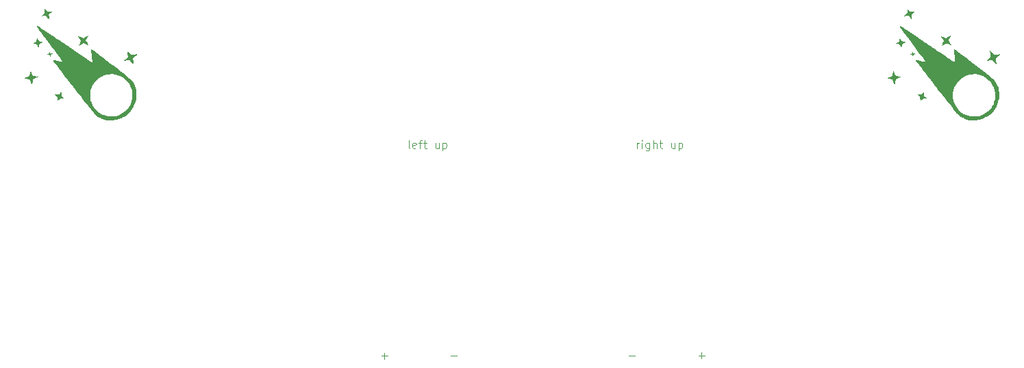
<source format=gbr>
%TF.GenerationSoftware,KiCad,Pcbnew,9.0.2*%
%TF.CreationDate,2025-06-05T01:56:25+03:00*%
%TF.ProjectId,KOMETA,4b4f4d45-5441-42e6-9b69-6361645f7063,rev?*%
%TF.SameCoordinates,Original*%
%TF.FileFunction,Legend,Top*%
%TF.FilePolarity,Positive*%
%FSLAX46Y46*%
G04 Gerber Fmt 4.6, Leading zero omitted, Abs format (unit mm)*
G04 Created by KiCad (PCBNEW 9.0.2) date 2025-06-05 01:56:25*
%MOMM*%
%LPD*%
G01*
G04 APERTURE LIST*
%ADD10C,0.125000*%
%ADD11C,0.100000*%
%ADD12C,0.000000*%
G04 APERTURE END LIST*
D10*
X218934285Y-148056119D02*
X218934285Y-147389452D01*
X218934285Y-147579928D02*
X218981904Y-147484690D01*
X218981904Y-147484690D02*
X219029523Y-147437071D01*
X219029523Y-147437071D02*
X219124761Y-147389452D01*
X219124761Y-147389452D02*
X219219999Y-147389452D01*
X219553333Y-148056119D02*
X219553333Y-147389452D01*
X219553333Y-147056119D02*
X219505714Y-147103738D01*
X219505714Y-147103738D02*
X219553333Y-147151357D01*
X219553333Y-147151357D02*
X219600952Y-147103738D01*
X219600952Y-147103738D02*
X219553333Y-147056119D01*
X219553333Y-147056119D02*
X219553333Y-147151357D01*
X220458094Y-147389452D02*
X220458094Y-148198976D01*
X220458094Y-148198976D02*
X220410475Y-148294214D01*
X220410475Y-148294214D02*
X220362856Y-148341833D01*
X220362856Y-148341833D02*
X220267618Y-148389452D01*
X220267618Y-148389452D02*
X220124761Y-148389452D01*
X220124761Y-148389452D02*
X220029523Y-148341833D01*
X220458094Y-148008500D02*
X220362856Y-148056119D01*
X220362856Y-148056119D02*
X220172380Y-148056119D01*
X220172380Y-148056119D02*
X220077142Y-148008500D01*
X220077142Y-148008500D02*
X220029523Y-147960880D01*
X220029523Y-147960880D02*
X219981904Y-147865642D01*
X219981904Y-147865642D02*
X219981904Y-147579928D01*
X219981904Y-147579928D02*
X220029523Y-147484690D01*
X220029523Y-147484690D02*
X220077142Y-147437071D01*
X220077142Y-147437071D02*
X220172380Y-147389452D01*
X220172380Y-147389452D02*
X220362856Y-147389452D01*
X220362856Y-147389452D02*
X220458094Y-147437071D01*
X220934285Y-148056119D02*
X220934285Y-147056119D01*
X221362856Y-148056119D02*
X221362856Y-147532309D01*
X221362856Y-147532309D02*
X221315237Y-147437071D01*
X221315237Y-147437071D02*
X221219999Y-147389452D01*
X221219999Y-147389452D02*
X221077142Y-147389452D01*
X221077142Y-147389452D02*
X220981904Y-147437071D01*
X220981904Y-147437071D02*
X220934285Y-147484690D01*
X221696190Y-147389452D02*
X222077142Y-147389452D01*
X221839047Y-147056119D02*
X221839047Y-147913261D01*
X221839047Y-147913261D02*
X221886666Y-148008500D01*
X221886666Y-148008500D02*
X221981904Y-148056119D01*
X221981904Y-148056119D02*
X222077142Y-148056119D01*
X223600952Y-147389452D02*
X223600952Y-148056119D01*
X223172381Y-147389452D02*
X223172381Y-147913261D01*
X223172381Y-147913261D02*
X223220000Y-148008500D01*
X223220000Y-148008500D02*
X223315238Y-148056119D01*
X223315238Y-148056119D02*
X223458095Y-148056119D01*
X223458095Y-148056119D02*
X223553333Y-148008500D01*
X223553333Y-148008500D02*
X223600952Y-147960880D01*
X224077143Y-147389452D02*
X224077143Y-148389452D01*
X224077143Y-147437071D02*
X224172381Y-147389452D01*
X224172381Y-147389452D02*
X224362857Y-147389452D01*
X224362857Y-147389452D02*
X224458095Y-147437071D01*
X224458095Y-147437071D02*
X224505714Y-147484690D01*
X224505714Y-147484690D02*
X224553333Y-147579928D01*
X224553333Y-147579928D02*
X224553333Y-147865642D01*
X224553333Y-147865642D02*
X224505714Y-147960880D01*
X224505714Y-147960880D02*
X224458095Y-148008500D01*
X224458095Y-148008500D02*
X224362857Y-148056119D01*
X224362857Y-148056119D02*
X224172381Y-148056119D01*
X224172381Y-148056119D02*
X224077143Y-148008500D01*
X190853332Y-148056119D02*
X190758094Y-148008500D01*
X190758094Y-148008500D02*
X190710475Y-147913261D01*
X190710475Y-147913261D02*
X190710475Y-147056119D01*
X191615237Y-148008500D02*
X191519999Y-148056119D01*
X191519999Y-148056119D02*
X191329523Y-148056119D01*
X191329523Y-148056119D02*
X191234285Y-148008500D01*
X191234285Y-148008500D02*
X191186666Y-147913261D01*
X191186666Y-147913261D02*
X191186666Y-147532309D01*
X191186666Y-147532309D02*
X191234285Y-147437071D01*
X191234285Y-147437071D02*
X191329523Y-147389452D01*
X191329523Y-147389452D02*
X191519999Y-147389452D01*
X191519999Y-147389452D02*
X191615237Y-147437071D01*
X191615237Y-147437071D02*
X191662856Y-147532309D01*
X191662856Y-147532309D02*
X191662856Y-147627547D01*
X191662856Y-147627547D02*
X191186666Y-147722785D01*
X191948571Y-147389452D02*
X192329523Y-147389452D01*
X192091428Y-148056119D02*
X192091428Y-147198976D01*
X192091428Y-147198976D02*
X192139047Y-147103738D01*
X192139047Y-147103738D02*
X192234285Y-147056119D01*
X192234285Y-147056119D02*
X192329523Y-147056119D01*
X192520000Y-147389452D02*
X192900952Y-147389452D01*
X192662857Y-147056119D02*
X192662857Y-147913261D01*
X192662857Y-147913261D02*
X192710476Y-148008500D01*
X192710476Y-148008500D02*
X192805714Y-148056119D01*
X192805714Y-148056119D02*
X192900952Y-148056119D01*
X194424762Y-147389452D02*
X194424762Y-148056119D01*
X193996191Y-147389452D02*
X193996191Y-147913261D01*
X193996191Y-147913261D02*
X194043810Y-148008500D01*
X194043810Y-148008500D02*
X194139048Y-148056119D01*
X194139048Y-148056119D02*
X194281905Y-148056119D01*
X194281905Y-148056119D02*
X194377143Y-148008500D01*
X194377143Y-148008500D02*
X194424762Y-147960880D01*
X194900953Y-147389452D02*
X194900953Y-148389452D01*
X194900953Y-147437071D02*
X194996191Y-147389452D01*
X194996191Y-147389452D02*
X195186667Y-147389452D01*
X195186667Y-147389452D02*
X195281905Y-147437071D01*
X195281905Y-147437071D02*
X195329524Y-147484690D01*
X195329524Y-147484690D02*
X195377143Y-147579928D01*
X195377143Y-147579928D02*
X195377143Y-147865642D01*
X195377143Y-147865642D02*
X195329524Y-147960880D01*
X195329524Y-147960880D02*
X195281905Y-148008500D01*
X195281905Y-148008500D02*
X195186667Y-148056119D01*
X195186667Y-148056119D02*
X194996191Y-148056119D01*
X194996191Y-148056119D02*
X194900953Y-148008500D01*
D11*
X227280951Y-173743533D02*
X226519047Y-173743533D01*
X226899999Y-173362580D02*
X226899999Y-174124485D01*
X218680951Y-173743533D02*
X217919047Y-173743533D01*
X195919048Y-173756466D02*
X196680953Y-173756466D01*
X187319048Y-173756466D02*
X188080953Y-173756466D01*
X187700000Y-174137419D02*
X187700000Y-173375514D01*
D12*
%TO.C,G\u002A\u002A\u002A*%
G36*
X146321844Y-136083698D02*
G01*
X146351460Y-136134060D01*
X146365220Y-136165361D01*
X146405829Y-136246237D01*
X146451786Y-136293797D01*
X146513752Y-136315716D01*
X146579882Y-136319951D01*
X146652959Y-136323512D01*
X146685823Y-136334736D01*
X146678543Y-136354429D01*
X146631186Y-136383397D01*
X146587024Y-136404044D01*
X146456224Y-136461797D01*
X146438307Y-136597546D01*
X146427440Y-136666172D01*
X146416261Y-136714953D01*
X146407306Y-136733206D01*
X146393217Y-136715643D01*
X146369322Y-136669882D01*
X146343255Y-136611546D01*
X146292287Y-136489975D01*
X146146916Y-136470479D01*
X146001545Y-136450983D01*
X146129433Y-136391487D01*
X146205854Y-136352000D01*
X146251091Y-136313969D01*
X146273202Y-136265866D01*
X146280246Y-136196165D01*
X146280587Y-136175280D01*
X146285857Y-136104373D01*
X146299793Y-136073824D01*
X146321844Y-136083698D01*
G37*
G36*
X147771313Y-141151471D02*
G01*
X147777933Y-141199067D01*
X147783456Y-141273243D01*
X147786831Y-141359245D01*
X147787101Y-141373083D01*
X147789833Y-141538421D01*
X147935406Y-141703071D01*
X148002274Y-141779994D01*
X148041641Y-141833267D01*
X148050949Y-141867305D01*
X148027640Y-141886527D01*
X147969157Y-141895349D01*
X147872943Y-141898186D01*
X147822165Y-141898644D01*
X147638066Y-141900097D01*
X147477846Y-142044767D01*
X147410791Y-142104509D01*
X147355516Y-142152245D01*
X147318844Y-142182171D01*
X147307695Y-142189438D01*
X147302427Y-142170198D01*
X147295786Y-142118063D01*
X147288690Y-142041407D01*
X147283095Y-141964896D01*
X147268427Y-141740355D01*
X147121705Y-141577386D01*
X146974983Y-141414418D01*
X147205836Y-141396701D01*
X147436690Y-141378984D01*
X147597474Y-141237091D01*
X147758258Y-141095197D01*
X147771313Y-141151471D01*
G37*
G36*
X145715599Y-130795051D02*
G01*
X145758860Y-130833061D01*
X145818728Y-130889574D01*
X145889127Y-130958999D01*
X145898640Y-130968584D01*
X146084214Y-131156030D01*
X146347730Y-131149422D01*
X146446618Y-131147734D01*
X146528583Y-131147841D01*
X146585883Y-131149621D01*
X146610776Y-131152953D01*
X146611236Y-131153579D01*
X146597371Y-131171338D01*
X146559486Y-131212156D01*
X146503142Y-131270215D01*
X146433896Y-131339701D01*
X146423582Y-131349918D01*
X146235936Y-131535492D01*
X146243336Y-131809332D01*
X146245281Y-131910275D01*
X146245410Y-131994445D01*
X146243825Y-132054248D01*
X146240627Y-132082089D01*
X146239671Y-132083173D01*
X146221749Y-132069376D01*
X146180583Y-132031637D01*
X146121965Y-131975430D01*
X146051689Y-131906229D01*
X146038295Y-131892862D01*
X145847984Y-131702551D01*
X145573422Y-131708280D01*
X145298860Y-131714009D01*
X145495199Y-131515834D01*
X145691537Y-131317658D01*
X145684256Y-131049398D01*
X145682849Y-130949573D01*
X145684162Y-130866595D01*
X145687887Y-130808133D01*
X145693715Y-130781859D01*
X145695020Y-130781138D01*
X145715599Y-130795051D01*
G37*
G36*
X144786648Y-134435489D02*
G01*
X144816655Y-134481400D01*
X144857361Y-134549014D01*
X144898067Y-134620073D01*
X145011094Y-134821578D01*
X145216979Y-134864536D01*
X145306929Y-134883670D01*
X145383486Y-134900630D01*
X145436399Y-134913109D01*
X145453172Y-134917695D01*
X145449410Y-134931232D01*
X145413023Y-134960419D01*
X145348260Y-135002229D01*
X145273998Y-135045472D01*
X145195329Y-135088978D01*
X145138348Y-135122261D01*
X145098389Y-135152809D01*
X145070787Y-135188107D01*
X145050878Y-135235642D01*
X145033996Y-135302900D01*
X145015478Y-135397367D01*
X144998189Y-135488095D01*
X144983303Y-135554614D01*
X144969072Y-135601244D01*
X144959318Y-135617265D01*
X144944279Y-135600343D01*
X144914032Y-135554443D01*
X144873177Y-135486867D01*
X144832837Y-135416573D01*
X144720178Y-135215880D01*
X144497452Y-135171457D01*
X144406433Y-135152544D01*
X144331259Y-135135493D01*
X144280689Y-135122383D01*
X144263687Y-135115995D01*
X144276067Y-135102288D01*
X144318068Y-135073531D01*
X144382842Y-135034130D01*
X144451970Y-134994853D01*
X144534501Y-134947298D01*
X144603553Y-134903829D01*
X144650883Y-134869866D01*
X144667574Y-134853164D01*
X144678192Y-134820051D01*
X144693457Y-134756786D01*
X144710932Y-134673941D01*
X144721308Y-134620073D01*
X144738342Y-134535062D01*
X144754173Y-134467776D01*
X144766624Y-134426885D01*
X144771900Y-134418567D01*
X144786648Y-134435489D01*
G37*
G36*
X155930063Y-136023988D02*
G01*
X155971973Y-136062936D01*
X156032779Y-136122007D01*
X156107546Y-136196420D01*
X156176601Y-136266337D01*
X156427990Y-136522731D01*
X156784580Y-136475600D01*
X156901052Y-136460700D01*
X157002602Y-136448650D01*
X157082444Y-136440178D01*
X157133795Y-136436013D01*
X157149935Y-136436364D01*
X157138607Y-136452415D01*
X157101774Y-136492133D01*
X157044024Y-136550846D01*
X156969943Y-136623883D01*
X156893221Y-136697881D01*
X156627743Y-136951503D01*
X156674559Y-137308915D01*
X156689240Y-137425620D01*
X156700904Y-137527499D01*
X156708865Y-137607751D01*
X156712440Y-137659571D01*
X156711551Y-137676151D01*
X156694937Y-137665127D01*
X156654981Y-137628446D01*
X156596437Y-137570770D01*
X156524055Y-137496761D01*
X156457222Y-137426640D01*
X156361458Y-137326557D01*
X156288543Y-137254211D01*
X156234360Y-137206017D01*
X156194789Y-137178388D01*
X156165711Y-137167737D01*
X156159368Y-137167306D01*
X156120412Y-137170082D01*
X156049362Y-137177716D01*
X155955035Y-137189166D01*
X155846250Y-137203393D01*
X155799744Y-137209756D01*
X155691982Y-137223889D01*
X155599304Y-137234524D01*
X155529127Y-137240929D01*
X155488869Y-137242372D01*
X155482355Y-137241091D01*
X155492847Y-137223917D01*
X155528811Y-137183089D01*
X155585713Y-137123379D01*
X155659017Y-137049561D01*
X155733754Y-136976469D01*
X155996268Y-136722961D01*
X155947510Y-136366452D01*
X155932415Y-136250825D01*
X155920735Y-136150848D01*
X155913124Y-136073079D01*
X155910234Y-136024077D01*
X155911983Y-136009942D01*
X155930063Y-136023988D01*
G37*
G36*
X143996221Y-138498171D02*
G01*
X144011566Y-138530362D01*
X144016415Y-138542140D01*
X144038176Y-138594294D01*
X144071744Y-138673003D01*
X144112281Y-138766989D01*
X144149138Y-138851684D01*
X144248511Y-139079023D01*
X144494678Y-139137815D01*
X144632275Y-139170775D01*
X144734526Y-139195691D01*
X144806313Y-139214036D01*
X144852514Y-139227281D01*
X144878009Y-139236899D01*
X144887678Y-139244361D01*
X144886401Y-139251138D01*
X144882978Y-139254932D01*
X144858445Y-139268960D01*
X144802914Y-139295705D01*
X144723503Y-139331890D01*
X144627327Y-139374234D01*
X144576252Y-139396233D01*
X144287655Y-139519638D01*
X144214576Y-139841831D01*
X144189081Y-139950766D01*
X144165772Y-140043957D01*
X144146462Y-140114637D01*
X144132965Y-140156036D01*
X144128212Y-140164038D01*
X144115226Y-140146265D01*
X144089784Y-140097900D01*
X144055597Y-140026395D01*
X144017550Y-139941879D01*
X143975502Y-139845383D01*
X143936552Y-139754991D01*
X143905509Y-139681925D01*
X143889245Y-139642600D01*
X143877220Y-139613385D01*
X143864057Y-139590816D01*
X143844041Y-139572584D01*
X143811456Y-139556377D01*
X143760587Y-139539884D01*
X143685720Y-139520792D01*
X143581141Y-139496792D01*
X143464243Y-139470723D01*
X143366409Y-139447981D01*
X143285066Y-139427263D01*
X143227718Y-139410618D01*
X143201870Y-139400091D01*
X143201138Y-139398945D01*
X143219134Y-139386782D01*
X143268881Y-139361619D01*
X143344022Y-139326460D01*
X143438197Y-139284309D01*
X143507866Y-139254042D01*
X143814593Y-139122309D01*
X143882137Y-138821659D01*
X143912539Y-138687988D01*
X143936048Y-138591087D01*
X143954417Y-138527305D01*
X143969400Y-138492992D01*
X143982750Y-138484497D01*
X143996221Y-138498171D01*
G37*
G36*
X151072461Y-134113745D02*
G01*
X151067516Y-134133278D01*
X151052467Y-134170979D01*
X151025622Y-134231632D01*
X150985285Y-134320021D01*
X150929761Y-134440930D01*
X150924826Y-134451684D01*
X150791110Y-134743141D01*
X150984702Y-135040700D01*
X151048158Y-135138997D01*
X151102905Y-135225261D01*
X151145256Y-135293565D01*
X151171526Y-135337982D01*
X151178488Y-135352322D01*
X151160973Y-135348498D01*
X151112281Y-135329154D01*
X151038386Y-135296886D01*
X150945264Y-135254290D01*
X150857373Y-135212818D01*
X150751594Y-135162581D01*
X150659052Y-135119235D01*
X150586052Y-135085686D01*
X150538898Y-135064836D01*
X150523992Y-135059251D01*
X150503159Y-135069682D01*
X150453836Y-135098412D01*
X150382432Y-135141591D01*
X150295356Y-135195372D01*
X150250251Y-135223587D01*
X150130491Y-135298213D01*
X150041567Y-135351990D01*
X149979782Y-135386779D01*
X149941436Y-135404441D01*
X149922829Y-135406838D01*
X149920263Y-135395830D01*
X149922795Y-135388347D01*
X149935250Y-135360060D01*
X149961680Y-135301484D01*
X149998785Y-135219885D01*
X150043267Y-135122525D01*
X150068602Y-135067245D01*
X150202420Y-134775566D01*
X150009776Y-134478708D01*
X149947236Y-134381028D01*
X149894264Y-134295778D01*
X149854335Y-134228757D01*
X149830921Y-134185765D01*
X149826428Y-134172557D01*
X149847198Y-134177889D01*
X149898938Y-134198488D01*
X149975391Y-134231653D01*
X150070301Y-134274687D01*
X150154601Y-134314071D01*
X150473480Y-134464880D01*
X150739112Y-134298055D01*
X150834804Y-134238564D01*
X150920557Y-134186380D01*
X150989167Y-134145802D01*
X151033426Y-134121132D01*
X151043632Y-134116306D01*
X151058825Y-134110043D01*
X151068999Y-134107594D01*
X151072461Y-134113745D01*
G37*
G36*
X144881694Y-132954680D02*
G01*
X144903165Y-132968498D01*
X144957237Y-133004266D01*
X145042222Y-133060850D01*
X145156431Y-133137118D01*
X145298177Y-133231937D01*
X145465772Y-133344176D01*
X145657526Y-133472700D01*
X145871753Y-133616379D01*
X146106763Y-133774079D01*
X146360868Y-133944667D01*
X146632380Y-134127011D01*
X146919612Y-134319978D01*
X147220874Y-134522436D01*
X147534478Y-134733253D01*
X147858737Y-134951295D01*
X148191962Y-135175430D01*
X148212784Y-135189437D01*
X148546270Y-135413717D01*
X148870781Y-135631832D01*
X149184638Y-135842659D01*
X149486161Y-136045073D01*
X149773671Y-136237952D01*
X150045489Y-136420173D01*
X150299935Y-136590612D01*
X150535330Y-136748147D01*
X150749996Y-136891654D01*
X150942252Y-137020009D01*
X151110419Y-137132090D01*
X151252818Y-137226774D01*
X151367770Y-137302936D01*
X151453595Y-137359455D01*
X151508615Y-137395206D01*
X151531150Y-137409067D01*
X151531467Y-137409188D01*
X151553251Y-137413220D01*
X151570274Y-137409506D01*
X151582517Y-137394435D01*
X151589962Y-137364397D01*
X151592591Y-137315779D01*
X151590384Y-137244969D01*
X151583324Y-137148358D01*
X151571392Y-137022332D01*
X151554569Y-136863280D01*
X151532837Y-136667591D01*
X151527424Y-136619514D01*
X151505598Y-136425138D01*
X151488270Y-136267742D01*
X151475189Y-136143243D01*
X151466107Y-136047559D01*
X151460775Y-135976609D01*
X151458943Y-135926310D01*
X151460363Y-135892581D01*
X151464786Y-135871340D01*
X151471962Y-135858504D01*
X151480513Y-135850805D01*
X151519491Y-135828993D01*
X151539151Y-135823937D01*
X151557838Y-135836333D01*
X151607349Y-135872558D01*
X151685800Y-135931174D01*
X151791304Y-136010742D01*
X151921977Y-136109821D01*
X152075932Y-136226971D01*
X152251284Y-136360755D01*
X152446148Y-136509731D01*
X152658638Y-136672460D01*
X152886868Y-136847503D01*
X153128952Y-137033420D01*
X153383007Y-137228771D01*
X153647144Y-137432117D01*
X153824094Y-137568473D01*
X154210594Y-137866732D01*
X154564089Y-138140182D01*
X154884614Y-138388848D01*
X155172205Y-138612758D01*
X155426895Y-138811939D01*
X155648720Y-138986420D01*
X155837714Y-139136226D01*
X155993913Y-139261387D01*
X156117351Y-139361929D01*
X156208062Y-139437879D01*
X156266083Y-139489265D01*
X156275469Y-139498262D01*
X156492284Y-139739934D01*
X156675934Y-140004158D01*
X156825467Y-140287585D01*
X156939929Y-140586867D01*
X157018369Y-140898655D01*
X157059835Y-141219598D01*
X157063372Y-141546349D01*
X157028030Y-141875559D01*
X156996758Y-142034434D01*
X156911050Y-142363913D01*
X156809571Y-142660134D01*
X156689089Y-142929225D01*
X156546372Y-143177313D01*
X156378187Y-143410527D01*
X156181302Y-143634995D01*
X156118852Y-143698852D01*
X155890176Y-143909783D01*
X155656451Y-144088126D01*
X155410229Y-144238105D01*
X155144064Y-144363945D01*
X154850509Y-144469872D01*
X154664692Y-144523869D01*
X154443075Y-144576057D01*
X154220026Y-144614906D01*
X154004467Y-144639499D01*
X153805323Y-144648920D01*
X153631517Y-144642253D01*
X153576077Y-144635623D01*
X153530408Y-144628944D01*
X153458719Y-144618488D01*
X153375894Y-144606425D01*
X153369405Y-144605480D01*
X153098249Y-144547132D01*
X152824492Y-144452446D01*
X152555455Y-144325212D01*
X152298461Y-144169216D01*
X152060830Y-143988248D01*
X151913249Y-143852069D01*
X151882587Y-143817833D01*
X151828886Y-143753732D01*
X151753620Y-143661656D01*
X151658261Y-143543495D01*
X151544282Y-143401137D01*
X151413156Y-143236473D01*
X151266356Y-143051392D01*
X151105355Y-142847783D01*
X150931625Y-142627537D01*
X150746640Y-142392542D01*
X150551872Y-142144687D01*
X150348795Y-141885864D01*
X150138880Y-141617960D01*
X150060462Y-141517754D01*
X151323352Y-141517754D01*
X151343211Y-141842574D01*
X151401356Y-142156388D01*
X151495632Y-142456612D01*
X151623889Y-142740665D01*
X151783974Y-143005965D01*
X151973734Y-143249930D01*
X152191018Y-143469978D01*
X152433673Y-143663527D01*
X152699548Y-143827995D01*
X152986489Y-143960800D01*
X153292344Y-144059361D01*
X153475346Y-144099415D01*
X153607471Y-144121531D01*
X153727100Y-144136400D01*
X153857963Y-144146817D01*
X153897997Y-144149212D01*
X153944715Y-144148661D01*
X154020801Y-144144326D01*
X154114544Y-144136978D01*
X154187337Y-144130162D01*
X154513972Y-144079294D01*
X154818808Y-143993826D01*
X155104387Y-143872564D01*
X155373253Y-143714315D01*
X155627949Y-143517884D01*
X155768004Y-143388136D01*
X155957072Y-143187965D01*
X156112954Y-142990226D01*
X156241959Y-142785153D01*
X156350395Y-142562978D01*
X156425013Y-142370790D01*
X156483003Y-142187512D01*
X156523302Y-142011603D01*
X156548077Y-141829460D01*
X156559494Y-141627479D01*
X156560868Y-141517754D01*
X156542023Y-141184134D01*
X156484761Y-140865759D01*
X156389146Y-140562781D01*
X156255237Y-140275355D01*
X156083098Y-140003634D01*
X155872791Y-139747770D01*
X155827426Y-139699828D01*
X155580736Y-139472678D01*
X155316623Y-139282925D01*
X155035806Y-139130877D01*
X154739005Y-139016839D01*
X154426939Y-138941118D01*
X154100329Y-138904020D01*
X153948087Y-138900008D01*
X153636101Y-138915531D01*
X153344022Y-138963467D01*
X153063874Y-139045713D01*
X152787683Y-139164169D01*
X152742796Y-139186884D01*
X152461959Y-139354527D01*
X152207765Y-139552275D01*
X151981988Y-139777213D01*
X151786401Y-140026429D01*
X151622778Y-140297009D01*
X151492893Y-140586042D01*
X151398520Y-140890614D01*
X151341433Y-141207813D01*
X151323352Y-141517754D01*
X150060462Y-141517754D01*
X149923602Y-141342867D01*
X149704432Y-141062472D01*
X149482845Y-140778666D01*
X149260311Y-140493337D01*
X149038306Y-140208377D01*
X148818301Y-139925674D01*
X148601768Y-139647117D01*
X148390183Y-139374597D01*
X148185016Y-139110002D01*
X147987741Y-138855223D01*
X147799831Y-138612148D01*
X147622758Y-138382667D01*
X147457996Y-138168671D01*
X147307017Y-137972047D01*
X147171295Y-137794687D01*
X147052302Y-137638479D01*
X146951511Y-137505312D01*
X146870394Y-137397077D01*
X146810426Y-137315663D01*
X146773078Y-137262959D01*
X146759827Y-137240877D01*
X146758484Y-137209828D01*
X146766145Y-137187300D01*
X146786838Y-137173512D01*
X146824588Y-137168680D01*
X146883421Y-137173022D01*
X146967365Y-137186757D01*
X147080446Y-137210103D01*
X147226691Y-137243278D01*
X147353203Y-137272998D01*
X147520319Y-137312045D01*
X147651452Y-137341402D01*
X147750623Y-137361794D01*
X147821849Y-137373945D01*
X147869149Y-137378580D01*
X147896543Y-137376423D01*
X147904767Y-137372453D01*
X147929725Y-137342701D01*
X147933929Y-137329591D01*
X147921781Y-137311043D01*
X147886312Y-137261388D01*
X147828986Y-137182602D01*
X147751266Y-137076658D01*
X147654614Y-136945529D01*
X147540495Y-136791191D01*
X147410371Y-136615616D01*
X147265707Y-136420779D01*
X147107963Y-136208654D01*
X146938606Y-135981214D01*
X146759096Y-135740434D01*
X146570898Y-135488288D01*
X146375476Y-135226750D01*
X146340879Y-135180479D01*
X146103170Y-134862432D01*
X145889228Y-134575840D01*
X145697929Y-134319158D01*
X145528151Y-134090839D01*
X145378772Y-133889339D01*
X145248670Y-133713111D01*
X145136721Y-133560609D01*
X145041803Y-133430287D01*
X144962794Y-133320599D01*
X144898572Y-133230001D01*
X144848013Y-133156945D01*
X144809995Y-133099886D01*
X144783397Y-133057278D01*
X144767094Y-133027576D01*
X144759965Y-133009232D01*
X144759659Y-133002890D01*
X144788086Y-132954476D01*
X144836062Y-132940366D01*
X144881694Y-132954680D01*
G37*
G36*
X252971844Y-136083698D02*
G01*
X253001460Y-136134060D01*
X253015220Y-136165361D01*
X253055829Y-136246237D01*
X253101786Y-136293797D01*
X253163752Y-136315716D01*
X253229882Y-136319951D01*
X253302959Y-136323512D01*
X253335823Y-136334736D01*
X253328543Y-136354429D01*
X253281186Y-136383397D01*
X253237024Y-136404044D01*
X253106224Y-136461797D01*
X253088307Y-136597546D01*
X253077440Y-136666172D01*
X253066261Y-136714953D01*
X253057306Y-136733206D01*
X253043217Y-136715643D01*
X253019322Y-136669882D01*
X252993255Y-136611546D01*
X252942287Y-136489975D01*
X252796916Y-136470479D01*
X252651545Y-136450983D01*
X252779433Y-136391487D01*
X252855854Y-136352000D01*
X252901091Y-136313969D01*
X252923202Y-136265866D01*
X252930246Y-136196165D01*
X252930587Y-136175280D01*
X252935857Y-136104373D01*
X252949793Y-136073824D01*
X252971844Y-136083698D01*
G37*
G36*
X254421313Y-141151471D02*
G01*
X254427933Y-141199067D01*
X254433456Y-141273243D01*
X254436831Y-141359245D01*
X254437101Y-141373083D01*
X254439833Y-141538421D01*
X254585406Y-141703071D01*
X254652274Y-141779994D01*
X254691641Y-141833267D01*
X254700949Y-141867305D01*
X254677640Y-141886527D01*
X254619157Y-141895349D01*
X254522943Y-141898186D01*
X254472165Y-141898644D01*
X254288066Y-141900097D01*
X254127846Y-142044767D01*
X254060791Y-142104509D01*
X254005516Y-142152245D01*
X253968844Y-142182171D01*
X253957695Y-142189438D01*
X253952427Y-142170198D01*
X253945786Y-142118063D01*
X253938690Y-142041407D01*
X253933095Y-141964896D01*
X253918427Y-141740355D01*
X253771705Y-141577386D01*
X253624983Y-141414418D01*
X253855836Y-141396701D01*
X254086690Y-141378984D01*
X254247474Y-141237091D01*
X254408258Y-141095197D01*
X254421313Y-141151471D01*
G37*
G36*
X252365599Y-130795051D02*
G01*
X252408860Y-130833061D01*
X252468728Y-130889574D01*
X252539127Y-130958999D01*
X252548640Y-130968584D01*
X252734214Y-131156030D01*
X252997730Y-131149422D01*
X253096618Y-131147734D01*
X253178583Y-131147841D01*
X253235883Y-131149621D01*
X253260776Y-131152953D01*
X253261236Y-131153579D01*
X253247371Y-131171338D01*
X253209486Y-131212156D01*
X253153142Y-131270215D01*
X253083896Y-131339701D01*
X253073582Y-131349918D01*
X252885936Y-131535492D01*
X252893336Y-131809332D01*
X252895281Y-131910275D01*
X252895410Y-131994445D01*
X252893825Y-132054248D01*
X252890627Y-132082089D01*
X252889671Y-132083173D01*
X252871749Y-132069376D01*
X252830583Y-132031637D01*
X252771965Y-131975430D01*
X252701689Y-131906229D01*
X252688295Y-131892862D01*
X252497984Y-131702551D01*
X252223422Y-131708280D01*
X251948860Y-131714009D01*
X252145199Y-131515834D01*
X252341537Y-131317658D01*
X252334256Y-131049398D01*
X252332849Y-130949573D01*
X252334162Y-130866595D01*
X252337887Y-130808133D01*
X252343715Y-130781859D01*
X252345020Y-130781138D01*
X252365599Y-130795051D01*
G37*
G36*
X251436648Y-134435489D02*
G01*
X251466655Y-134481400D01*
X251507361Y-134549014D01*
X251548067Y-134620073D01*
X251661094Y-134821578D01*
X251866979Y-134864536D01*
X251956929Y-134883670D01*
X252033486Y-134900630D01*
X252086399Y-134913109D01*
X252103172Y-134917695D01*
X252099410Y-134931232D01*
X252063023Y-134960419D01*
X251998260Y-135002229D01*
X251923998Y-135045472D01*
X251845329Y-135088978D01*
X251788348Y-135122261D01*
X251748389Y-135152809D01*
X251720787Y-135188107D01*
X251700878Y-135235642D01*
X251683996Y-135302900D01*
X251665478Y-135397367D01*
X251648189Y-135488095D01*
X251633303Y-135554614D01*
X251619072Y-135601244D01*
X251609318Y-135617265D01*
X251594279Y-135600343D01*
X251564032Y-135554443D01*
X251523177Y-135486867D01*
X251482837Y-135416573D01*
X251370178Y-135215880D01*
X251147452Y-135171457D01*
X251056433Y-135152544D01*
X250981259Y-135135493D01*
X250930689Y-135122383D01*
X250913687Y-135115995D01*
X250926067Y-135102288D01*
X250968068Y-135073531D01*
X251032842Y-135034130D01*
X251101970Y-134994853D01*
X251184501Y-134947298D01*
X251253553Y-134903829D01*
X251300883Y-134869866D01*
X251317574Y-134853164D01*
X251328192Y-134820051D01*
X251343457Y-134756786D01*
X251360932Y-134673941D01*
X251371308Y-134620073D01*
X251388342Y-134535062D01*
X251404173Y-134467776D01*
X251416624Y-134426885D01*
X251421900Y-134418567D01*
X251436648Y-134435489D01*
G37*
G36*
X262580063Y-136023988D02*
G01*
X262621973Y-136062936D01*
X262682779Y-136122007D01*
X262757546Y-136196420D01*
X262826601Y-136266337D01*
X263077990Y-136522731D01*
X263434580Y-136475600D01*
X263551052Y-136460700D01*
X263652602Y-136448650D01*
X263732444Y-136440178D01*
X263783795Y-136436013D01*
X263799935Y-136436364D01*
X263788607Y-136452415D01*
X263751774Y-136492133D01*
X263694024Y-136550846D01*
X263619943Y-136623883D01*
X263543221Y-136697881D01*
X263277743Y-136951503D01*
X263324559Y-137308915D01*
X263339240Y-137425620D01*
X263350904Y-137527499D01*
X263358865Y-137607751D01*
X263362440Y-137659571D01*
X263361551Y-137676151D01*
X263344937Y-137665127D01*
X263304981Y-137628446D01*
X263246437Y-137570770D01*
X263174055Y-137496761D01*
X263107222Y-137426640D01*
X263011458Y-137326557D01*
X262938543Y-137254211D01*
X262884360Y-137206017D01*
X262844789Y-137178388D01*
X262815711Y-137167737D01*
X262809368Y-137167306D01*
X262770412Y-137170082D01*
X262699362Y-137177716D01*
X262605035Y-137189166D01*
X262496250Y-137203393D01*
X262449744Y-137209756D01*
X262341982Y-137223889D01*
X262249304Y-137234524D01*
X262179127Y-137240929D01*
X262138869Y-137242372D01*
X262132355Y-137241091D01*
X262142847Y-137223917D01*
X262178811Y-137183089D01*
X262235713Y-137123379D01*
X262309017Y-137049561D01*
X262383754Y-136976469D01*
X262646268Y-136722961D01*
X262597510Y-136366452D01*
X262582415Y-136250825D01*
X262570735Y-136150848D01*
X262563124Y-136073079D01*
X262560234Y-136024077D01*
X262561983Y-136009942D01*
X262580063Y-136023988D01*
G37*
G36*
X250646221Y-138498171D02*
G01*
X250661566Y-138530362D01*
X250666415Y-138542140D01*
X250688176Y-138594294D01*
X250721744Y-138673003D01*
X250762281Y-138766989D01*
X250799138Y-138851684D01*
X250898511Y-139079023D01*
X251144678Y-139137815D01*
X251282275Y-139170775D01*
X251384526Y-139195691D01*
X251456313Y-139214036D01*
X251502514Y-139227281D01*
X251528009Y-139236899D01*
X251537678Y-139244361D01*
X251536401Y-139251138D01*
X251532978Y-139254932D01*
X251508445Y-139268960D01*
X251452914Y-139295705D01*
X251373503Y-139331890D01*
X251277327Y-139374234D01*
X251226252Y-139396233D01*
X250937655Y-139519638D01*
X250864576Y-139841831D01*
X250839081Y-139950766D01*
X250815772Y-140043957D01*
X250796462Y-140114637D01*
X250782965Y-140156036D01*
X250778212Y-140164038D01*
X250765226Y-140146265D01*
X250739784Y-140097900D01*
X250705597Y-140026395D01*
X250667550Y-139941879D01*
X250625502Y-139845383D01*
X250586552Y-139754991D01*
X250555509Y-139681925D01*
X250539245Y-139642600D01*
X250527220Y-139613385D01*
X250514057Y-139590816D01*
X250494041Y-139572584D01*
X250461456Y-139556377D01*
X250410587Y-139539884D01*
X250335720Y-139520792D01*
X250231141Y-139496792D01*
X250114243Y-139470723D01*
X250016409Y-139447981D01*
X249935066Y-139427263D01*
X249877718Y-139410618D01*
X249851870Y-139400091D01*
X249851138Y-139398945D01*
X249869134Y-139386782D01*
X249918881Y-139361619D01*
X249994022Y-139326460D01*
X250088197Y-139284309D01*
X250157866Y-139254042D01*
X250464593Y-139122309D01*
X250532137Y-138821659D01*
X250562539Y-138687988D01*
X250586048Y-138591087D01*
X250604417Y-138527305D01*
X250619400Y-138492992D01*
X250632750Y-138484497D01*
X250646221Y-138498171D01*
G37*
G36*
X257722461Y-134113745D02*
G01*
X257717516Y-134133278D01*
X257702467Y-134170979D01*
X257675622Y-134231632D01*
X257635285Y-134320021D01*
X257579761Y-134440930D01*
X257574826Y-134451684D01*
X257441110Y-134743141D01*
X257634702Y-135040700D01*
X257698158Y-135138997D01*
X257752905Y-135225261D01*
X257795256Y-135293565D01*
X257821526Y-135337982D01*
X257828488Y-135352322D01*
X257810973Y-135348498D01*
X257762281Y-135329154D01*
X257688386Y-135296886D01*
X257595264Y-135254290D01*
X257507373Y-135212818D01*
X257401594Y-135162581D01*
X257309052Y-135119235D01*
X257236052Y-135085686D01*
X257188898Y-135064836D01*
X257173992Y-135059251D01*
X257153159Y-135069682D01*
X257103836Y-135098412D01*
X257032432Y-135141591D01*
X256945356Y-135195372D01*
X256900251Y-135223587D01*
X256780491Y-135298213D01*
X256691567Y-135351990D01*
X256629782Y-135386779D01*
X256591436Y-135404441D01*
X256572829Y-135406838D01*
X256570263Y-135395830D01*
X256572795Y-135388347D01*
X256585250Y-135360060D01*
X256611680Y-135301484D01*
X256648785Y-135219885D01*
X256693267Y-135122525D01*
X256718602Y-135067245D01*
X256852420Y-134775566D01*
X256659776Y-134478708D01*
X256597236Y-134381028D01*
X256544264Y-134295778D01*
X256504335Y-134228757D01*
X256480921Y-134185765D01*
X256476428Y-134172557D01*
X256497198Y-134177889D01*
X256548938Y-134198488D01*
X256625391Y-134231653D01*
X256720301Y-134274687D01*
X256804601Y-134314071D01*
X257123480Y-134464880D01*
X257389112Y-134298055D01*
X257484804Y-134238564D01*
X257570557Y-134186380D01*
X257639167Y-134145802D01*
X257683426Y-134121132D01*
X257693632Y-134116306D01*
X257708825Y-134110043D01*
X257718999Y-134107594D01*
X257722461Y-134113745D01*
G37*
G36*
X251531694Y-132954680D02*
G01*
X251553165Y-132968498D01*
X251607237Y-133004266D01*
X251692222Y-133060850D01*
X251806431Y-133137118D01*
X251948177Y-133231937D01*
X252115772Y-133344176D01*
X252307526Y-133472700D01*
X252521753Y-133616379D01*
X252756763Y-133774079D01*
X253010868Y-133944667D01*
X253282380Y-134127011D01*
X253569612Y-134319978D01*
X253870874Y-134522436D01*
X254184478Y-134733253D01*
X254508737Y-134951295D01*
X254841962Y-135175430D01*
X254862784Y-135189437D01*
X255196270Y-135413717D01*
X255520781Y-135631832D01*
X255834638Y-135842659D01*
X256136161Y-136045073D01*
X256423671Y-136237952D01*
X256695489Y-136420173D01*
X256949935Y-136590612D01*
X257185330Y-136748147D01*
X257399996Y-136891654D01*
X257592252Y-137020009D01*
X257760419Y-137132090D01*
X257902818Y-137226774D01*
X258017770Y-137302936D01*
X258103595Y-137359455D01*
X258158615Y-137395206D01*
X258181150Y-137409067D01*
X258181467Y-137409188D01*
X258203251Y-137413220D01*
X258220274Y-137409506D01*
X258232517Y-137394435D01*
X258239962Y-137364397D01*
X258242591Y-137315779D01*
X258240384Y-137244969D01*
X258233324Y-137148358D01*
X258221392Y-137022332D01*
X258204569Y-136863280D01*
X258182837Y-136667591D01*
X258177424Y-136619514D01*
X258155598Y-136425138D01*
X258138270Y-136267742D01*
X258125189Y-136143243D01*
X258116107Y-136047559D01*
X258110775Y-135976609D01*
X258108943Y-135926310D01*
X258110363Y-135892581D01*
X258114786Y-135871340D01*
X258121962Y-135858504D01*
X258130513Y-135850805D01*
X258169491Y-135828993D01*
X258189151Y-135823937D01*
X258207838Y-135836333D01*
X258257349Y-135872558D01*
X258335800Y-135931174D01*
X258441304Y-136010742D01*
X258571977Y-136109821D01*
X258725932Y-136226971D01*
X258901284Y-136360755D01*
X259096148Y-136509731D01*
X259308638Y-136672460D01*
X259536868Y-136847503D01*
X259778952Y-137033420D01*
X260033007Y-137228771D01*
X260297144Y-137432117D01*
X260474094Y-137568473D01*
X260860594Y-137866732D01*
X261214089Y-138140182D01*
X261534614Y-138388848D01*
X261822205Y-138612758D01*
X262076895Y-138811939D01*
X262298720Y-138986420D01*
X262487714Y-139136226D01*
X262643913Y-139261387D01*
X262767351Y-139361929D01*
X262858062Y-139437879D01*
X262916083Y-139489265D01*
X262925469Y-139498262D01*
X263142284Y-139739934D01*
X263325934Y-140004158D01*
X263475467Y-140287585D01*
X263589929Y-140586867D01*
X263668369Y-140898655D01*
X263709835Y-141219598D01*
X263713372Y-141546349D01*
X263678030Y-141875559D01*
X263646758Y-142034434D01*
X263561050Y-142363913D01*
X263459571Y-142660134D01*
X263339089Y-142929225D01*
X263196372Y-143177313D01*
X263028187Y-143410527D01*
X262831302Y-143634995D01*
X262768852Y-143698852D01*
X262540176Y-143909783D01*
X262306451Y-144088126D01*
X262060229Y-144238105D01*
X261794064Y-144363945D01*
X261500509Y-144469872D01*
X261314692Y-144523869D01*
X261093075Y-144576057D01*
X260870026Y-144614906D01*
X260654467Y-144639499D01*
X260455323Y-144648920D01*
X260281517Y-144642253D01*
X260226077Y-144635623D01*
X260180408Y-144628944D01*
X260108719Y-144618488D01*
X260025894Y-144606425D01*
X260019405Y-144605480D01*
X259748249Y-144547132D01*
X259474492Y-144452446D01*
X259205455Y-144325212D01*
X258948461Y-144169216D01*
X258710830Y-143988248D01*
X258563249Y-143852069D01*
X258532587Y-143817833D01*
X258478886Y-143753732D01*
X258403620Y-143661656D01*
X258308261Y-143543495D01*
X258194282Y-143401137D01*
X258063156Y-143236473D01*
X257916356Y-143051392D01*
X257755355Y-142847783D01*
X257581625Y-142627537D01*
X257396640Y-142392542D01*
X257201872Y-142144687D01*
X256998795Y-141885864D01*
X256788880Y-141617960D01*
X256710462Y-141517754D01*
X257973352Y-141517754D01*
X257993211Y-141842574D01*
X258051356Y-142156388D01*
X258145632Y-142456612D01*
X258273889Y-142740665D01*
X258433974Y-143005965D01*
X258623734Y-143249930D01*
X258841018Y-143469978D01*
X259083673Y-143663527D01*
X259349548Y-143827995D01*
X259636489Y-143960800D01*
X259942344Y-144059361D01*
X260125346Y-144099415D01*
X260257471Y-144121531D01*
X260377100Y-144136400D01*
X260507963Y-144146817D01*
X260547997Y-144149212D01*
X260594715Y-144148661D01*
X260670801Y-144144326D01*
X260764544Y-144136978D01*
X260837337Y-144130162D01*
X261163972Y-144079294D01*
X261468808Y-143993826D01*
X261754387Y-143872564D01*
X262023253Y-143714315D01*
X262277949Y-143517884D01*
X262418004Y-143388136D01*
X262607072Y-143187965D01*
X262762954Y-142990226D01*
X262891959Y-142785153D01*
X263000395Y-142562978D01*
X263075013Y-142370790D01*
X263133003Y-142187512D01*
X263173302Y-142011603D01*
X263198077Y-141829460D01*
X263209494Y-141627479D01*
X263210868Y-141517754D01*
X263192023Y-141184134D01*
X263134761Y-140865759D01*
X263039146Y-140562781D01*
X262905237Y-140275355D01*
X262733098Y-140003634D01*
X262522791Y-139747770D01*
X262477426Y-139699828D01*
X262230736Y-139472678D01*
X261966623Y-139282925D01*
X261685806Y-139130877D01*
X261389005Y-139016839D01*
X261076939Y-138941118D01*
X260750329Y-138904020D01*
X260598087Y-138900008D01*
X260286101Y-138915531D01*
X259994022Y-138963467D01*
X259713874Y-139045713D01*
X259437683Y-139164169D01*
X259392796Y-139186884D01*
X259111959Y-139354527D01*
X258857765Y-139552275D01*
X258631988Y-139777213D01*
X258436401Y-140026429D01*
X258272778Y-140297009D01*
X258142893Y-140586042D01*
X258048520Y-140890614D01*
X257991433Y-141207813D01*
X257973352Y-141517754D01*
X256710462Y-141517754D01*
X256573602Y-141342867D01*
X256354432Y-141062472D01*
X256132845Y-140778666D01*
X255910311Y-140493337D01*
X255688306Y-140208377D01*
X255468301Y-139925674D01*
X255251768Y-139647117D01*
X255040183Y-139374597D01*
X254835016Y-139110002D01*
X254637741Y-138855223D01*
X254449831Y-138612148D01*
X254272758Y-138382667D01*
X254107996Y-138168671D01*
X253957017Y-137972047D01*
X253821295Y-137794687D01*
X253702302Y-137638479D01*
X253601511Y-137505312D01*
X253520394Y-137397077D01*
X253460426Y-137315663D01*
X253423078Y-137262959D01*
X253409827Y-137240877D01*
X253408484Y-137209828D01*
X253416145Y-137187300D01*
X253436838Y-137173512D01*
X253474588Y-137168680D01*
X253533421Y-137173022D01*
X253617365Y-137186757D01*
X253730446Y-137210103D01*
X253876691Y-137243278D01*
X254003203Y-137272998D01*
X254170319Y-137312045D01*
X254301452Y-137341402D01*
X254400623Y-137361794D01*
X254471849Y-137373945D01*
X254519149Y-137378580D01*
X254546543Y-137376423D01*
X254554767Y-137372453D01*
X254579725Y-137342701D01*
X254583929Y-137329591D01*
X254571781Y-137311043D01*
X254536312Y-137261388D01*
X254478986Y-137182602D01*
X254401266Y-137076658D01*
X254304614Y-136945529D01*
X254190495Y-136791191D01*
X254060371Y-136615616D01*
X253915707Y-136420779D01*
X253757963Y-136208654D01*
X253588606Y-135981214D01*
X253409096Y-135740434D01*
X253220898Y-135488288D01*
X253025476Y-135226750D01*
X252990879Y-135180479D01*
X252753170Y-134862432D01*
X252539228Y-134575840D01*
X252347929Y-134319158D01*
X252178151Y-134090839D01*
X252028772Y-133889339D01*
X251898670Y-133713111D01*
X251786721Y-133560609D01*
X251691803Y-133430287D01*
X251612794Y-133320599D01*
X251548572Y-133230001D01*
X251498013Y-133156945D01*
X251459995Y-133099886D01*
X251433397Y-133057278D01*
X251417094Y-133027576D01*
X251409965Y-133009232D01*
X251409659Y-133002890D01*
X251438086Y-132954476D01*
X251486062Y-132940366D01*
X251531694Y-132954680D01*
G37*
%TD*%
M02*

</source>
